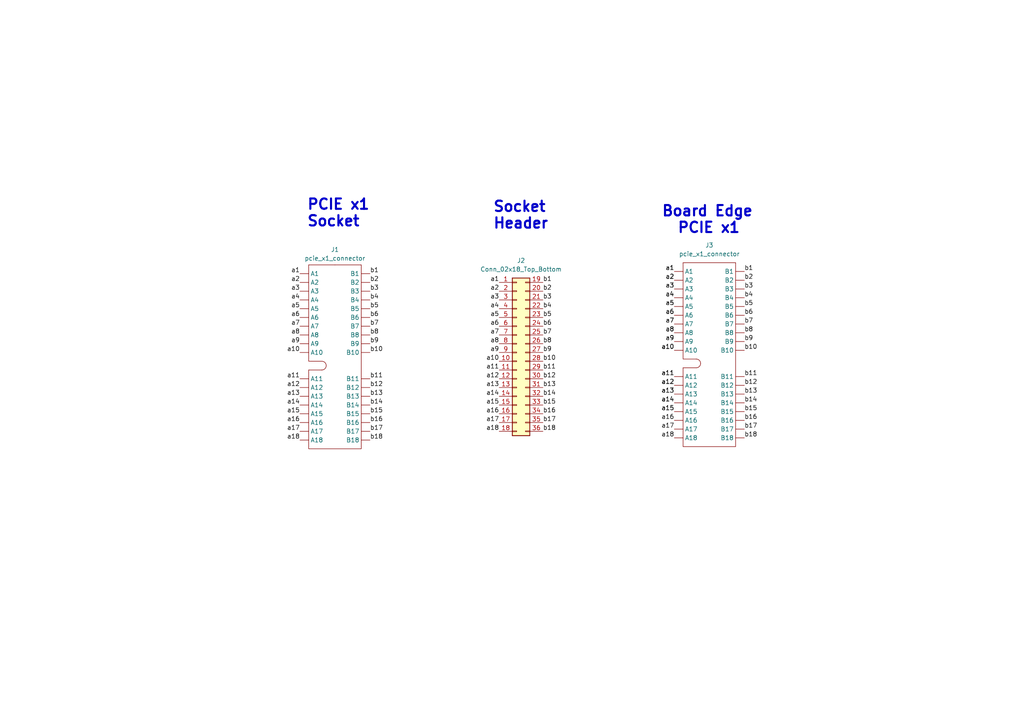
<source format=kicad_sch>
(kicad_sch (version 20230121) (generator eeschema)
  (paper "A4")
  (lib_symbols
    (symbol "Connector_Generic:Conn_02x18_Top_Bottom" (pin_names (offset 1.016) hide)
      (property "Reference" "J" (at 1.27 22.86 0))
      (property "Value" "Conn_02x18_Top_Bottom" (at 1.27 -25.4 0))
      (symbol "Conn_02x18_Top_Bottom_1_1"
        (rectangle (start -1.27 -22.733) (end 0 -22.987) (stroke (width 0.1524)))
        (rectangle (start -1.27 -20.193) (end 0 -20.447) (stroke (width 0.1524)))
        (rectangle (start -1.27 -17.653) (end 0 -17.907) (stroke (width 0.1524)))
        (rectangle (start -1.27 -15.113) (end 0 -15.367) (stroke (width 0.1524)))
        (rectangle (start -1.27 -12.573) (end 0 -12.827) (stroke (width 0.1524)))
        (rectangle (start -1.27 -10.033) (end 0 -10.287) (stroke (width 0.1524)))
        (rectangle (start -1.27 -7.493) (end 0 -7.747) (stroke (width 0.1524)))
        (rectangle (start -1.27 -4.953) (end 0 -5.207) (stroke (width 0.1524)))
        (rectangle (start -1.27 -2.413) (end 0 -2.667) (stroke (width 0.1524)))
        (rectangle (start -1.27 0.127) (end 0 -0.127) (stroke (width 0.1524)))
        (rectangle (start -1.27 2.667) (end 0 2.413) (stroke (width 0.1524)))
        (rectangle (start -1.27 5.207) (end 0 4.953) (stroke (width 0.1524)))
        (rectangle (start -1.27 7.747) (end 0 7.493) (stroke (width 0.1524)))
        (rectangle (start -1.27 10.287) (end 0 10.033) (stroke (width 0.1524)))
        (rectangle (start -1.27 12.827) (end 0 12.573) (stroke (width 0.1524)))
        (rectangle (start -1.27 15.367) (end 0 15.113) (stroke (width 0.1524)))
        (rectangle (start -1.27 17.907) (end 0 17.653) (stroke (width 0.1524)))
        (rectangle (start -1.27 20.447) (end 0 20.193) (stroke (width 0.1524)))
        (rectangle (start -1.27 21.59) (end 3.81 -24.13) (stroke (width 0.254)) (fill (type background)))
        (rectangle (start 3.81 -22.733) (end 2.54 -22.987) (stroke (width 0.1524)))
        (rectangle (start 3.81 -20.193) (end 2.54 -20.447) (stroke (width 0.1524)))
        (rectangle (start 3.81 -17.653) (end 2.54 -17.907) (stroke (width 0.1524)))
        (rectangle (start 3.81 -15.113) (end 2.54 -15.367) (stroke (width 0.1524)))
        (rectangle (start 3.81 -12.573) (end 2.54 -12.827) (stroke (width 0.1524)))
        (rectangle (start 3.81 -10.033) (end 2.54 -10.287) (stroke (width 0.1524)))
        (rectangle (start 3.81 -7.493) (end 2.54 -7.747) (stroke (width 0.1524)))
        (rectangle (start 3.81 -4.953) (end 2.54 -5.207) (stroke (width 0.1524)))
        (rectangle (start 3.81 -2.413) (end 2.54 -2.667) (stroke (width 0.1524)))
        (rectangle (start 3.81 0.127) (end 2.54 -0.127) (stroke (width 0.1524)))
        (rectangle (start 3.81 2.667) (end 2.54 2.413) (stroke (width 0.1524)))
        (rectangle (start 3.81 5.207) (end 2.54 4.953) (stroke (width 0.1524)))
        (rectangle (start 3.81 7.747) (end 2.54 7.493) (stroke (width 0.1524)))
        (rectangle (start 3.81 10.287) (end 2.54 10.033) (stroke (width 0.1524)))
        (rectangle (start 3.81 12.827) (end 2.54 12.573) (stroke (width 0.1524)))
        (rectangle (start 3.81 15.367) (end 2.54 15.113) (stroke (width 0.1524)))
        (rectangle (start 3.81 17.907) (end 2.54 17.653) (stroke (width 0.1524)))
        (rectangle (start 3.81 20.447) (end 2.54 20.193) (stroke (width 0.1524)))
        (pin passive line (at -5.08 20.32 0) (length 3.81) (name "Pin_1") (number "1"))
        (pin passive line (at -5.08 -2.54 0) (length 3.81) (name "Pin_10") (number "10"))
        (pin passive line (at -5.08 -5.08 0) (length 3.81) (name "Pin_11") (number "11"))
        (pin passive line (at -5.08 -7.62 0) (length 3.81) (name "Pin_12") (number "12"))
        (pin passive line (at -5.08 -10.16 0) (length 3.81) (name "Pin_13") (number "13"))
        (pin passive line (at -5.08 -12.7 0) (length 3.81) (name "Pin_14") (number "14"))
        (pin passive line (at -5.08 -15.24 0) (length 3.81) (name "Pin_15") (number "15"))
        (pin passive line (at -5.08 -17.78 0) (length 3.81) (name "Pin_16") (number "16"))
        (pin passive line (at -5.08 -20.32 0) (length 3.81) (name "Pin_17") (number "17"))
        (pin passive line (at -5.08 -22.86 0) (length 3.81) (name "Pin_18") (number "18"))
        (pin passive line (at 7.62 20.32 180) (length 3.81) (name "Pin_19") (number "19"))
        (pin passive line (at -5.08 17.78 0) (length 3.81) (name "Pin_2") (number "2"))
        (pin passive line (at 7.62 17.78 180) (length 3.81) (name "Pin_20") (number "20"))
        (pin passive line (at 7.62 15.24 180) (length 3.81) (name "Pin_21") (number "21"))
        (pin passive line (at 7.62 12.7 180) (length 3.81) (name "Pin_22") (number "22"))
        (pin passive line (at 7.62 10.16 180) (length 3.81) (name "Pin_23") (number "23"))
        (pin passive line (at 7.62 7.62 180) (length 3.81) (name "Pin_24") (number "24"))
        (pin passive line (at 7.62 5.08 180) (length 3.81) (name "Pin_25") (number "25"))
        (pin passive line (at 7.62 2.54 180) (length 3.81) (name "Pin_26") (number "26"))
        (pin passive line (at 7.62 0 180) (length 3.81) (name "Pin_27") (number "27"))
        (pin passive line (at 7.62 -2.54 180) (length 3.81) (name "Pin_28") (number "28"))
        (pin passive line (at 7.62 -5.08 180) (length 3.81) (name "Pin_29") (number "29"))
        (pin passive line (at -5.08 15.24 0) (length 3.81) (name "Pin_3") (number "3"))
        (pin passive line (at 7.62 -7.62 180) (length 3.81) (name "Pin_30") (number "30"))
        (pin passive line (at 7.62 -10.16 180) (length 3.81) (name "Pin_31") (number "31"))
        (pin passive line (at 7.62 -12.7 180) (length 3.81) (name "Pin_32") (number "32"))
        (pin passive line (at 7.62 -15.24 180) (length 3.81) (name "Pin_33") (number "33"))
        (pin passive line (at 7.62 -17.78 180) (length 3.81) (name "Pin_34") (number "34"))
        (pin passive line (at 7.62 -20.32 180) (length 3.81) (name "Pin_35") (number "35"))
        (pin passive line (at 7.62 -22.86 180) (length 3.81) (name "Pin_36") (number "36"))
        (pin passive line (at -5.08 12.7 0) (length 3.81) (name "Pin_4") (number "4"))
        (pin passive line (at -5.08 10.16 0) (length 3.81) (name "Pin_5") (number "5"))
        (pin passive line (at -5.08 7.62 0) (length 3.81) (name "Pin_6") (number "6"))
        (pin passive line (at -5.08 5.08 0) (length 3.81) (name "Pin_7") (number "7"))
        (pin passive line (at -5.08 2.54 0) (length 3.81) (name "Pin_8") (number "8"))
        (pin passive line (at -5.08 0 0) (length 3.81) (name "Pin_9") (number "9"))
      )
    )
    (symbol "formula:pcie_x1_connector"
      (property "Reference" "J" (at 0 16.51 0))
      (property "Value" "pcie_x1_connector" (at 0 13.97 0))
      (symbol "pcie_x1_connector_0_1"
        (arc (start -3.81 -19.05) (mid -2.912 -18.678) (end -2.54 -17.78))
        (arc (start -2.54 -17.78) (mid -2.912 -16.882) (end -3.81 -16.51))
        (polyline (pts (xy -3.81 -19.05) (xy -7.62 -19.05)))
        (polyline (pts (xy -7.62 -13.97) (xy -7.62 -16.51) (xy -3.81 -16.51)))
        (polyline (pts (xy -7.62 -19.05) (xy -7.62 -41.91) (xy 7.62 -41.91) (xy 7.62 -13.97)))
      )
      (symbol "pcie_x1_connector_1_1"
        (polyline (pts (xy -7.62 -13.97) (xy -7.62 11.43)))
        (polyline (pts (xy 0 11.43) (xy -7.62 11.43)))
        (polyline (pts (xy 0 11.43) (xy 7.62 11.43)))
        (polyline (pts (xy 7.62 11.43) (xy 7.62 -13.97)))
        (pin bidirectional line (at -10.16 8.89 0) (length 2.54) (name "A1") (number "A1"))
        (pin bidirectional line (at -10.16 -13.97 0) (length 2.54) (name "A10") (number "A10"))
        (pin bidirectional line (at -10.16 -21.59 0) (length 2.54) (name "A11") (number "A11"))
        (pin bidirectional line (at -10.16 -24.13 0) (length 2.54) (name "A12") (number "A12"))
        (pin bidirectional line (at -10.16 -26.67 0) (length 2.54) (name "A13") (number "A13"))
        (pin bidirectional line (at -10.16 -29.21 0) (length 2.54) (name "A14") (number "A14"))
        (pin bidirectional line (at -10.16 -31.75 0) (length 2.54) (name "A15") (number "A15"))
        (pin bidirectional line (at -10.16 -34.29 0) (length 2.54) (name "A16") (number "A16"))
        (pin bidirectional line (at -10.16 -36.83 0) (length 2.54) (name "A17") (number "A17"))
        (pin bidirectional line (at -10.16 -39.37 0) (length 2.54) (name "A18") (number "A18"))
        (pin bidirectional line (at -10.16 6.35 0) (length 2.54) (name "A2") (number "A2"))
        (pin bidirectional line (at -10.16 3.81 0) (length 2.54) (name "A3") (number "A3"))
        (pin bidirectional line (at -10.16 1.27 0) (length 2.54) (name "A4") (number "A4"))
        (pin bidirectional line (at -10.16 -1.27 0) (length 2.54) (name "A5") (number "A5"))
        (pin bidirectional line (at -10.16 -3.81 0) (length 2.54) (name "A6") (number "A6"))
        (pin bidirectional line (at -10.16 -6.35 0) (length 2.54) (name "A7") (number "A7"))
        (pin bidirectional line (at -10.16 -8.89 0) (length 2.54) (name "A8") (number "A8"))
        (pin bidirectional line (at -10.16 -11.43 0) (length 2.54) (name "A9") (number "A9"))
        (pin bidirectional line (at 10.16 8.89 180) (length 2.54) (name "B1") (number "B1"))
        (pin bidirectional line (at 10.16 -13.97 180) (length 2.54) (name "B10") (number "B10"))
        (pin bidirectional line (at 10.16 -21.59 180) (length 2.54) (name "B11") (number "B11"))
        (pin bidirectional line (at 10.16 -24.13 180) (length 2.54) (name "B12") (number "B12"))
        (pin bidirectional line (at 10.16 -26.67 180) (length 2.54) (name "B13") (number "B13"))
        (pin bidirectional line (at 10.16 -29.21 180) (length 2.54) (name "B14") (number "B14"))
        (pin bidirectional line (at 10.16 -31.75 180) (length 2.54) (name "B15") (number "B15"))
        (pin bidirectional line (at 10.16 -34.29 180) (length 2.54) (name "B16") (number "B16"))
        (pin bidirectional line (at 10.16 -36.83 180) (length 2.54) (name "B17") (number "B17"))
        (pin bidirectional line (at 10.16 -39.37 180) (length 2.54) (name "B18") (number "B18"))
        (pin bidirectional line (at 10.16 6.35 180) (length 2.54) (name "B2") (number "B2"))
        (pin bidirectional line (at 10.16 3.81 180) (length 2.54) (name "B3") (number "B3"))
        (pin bidirectional line (at 10.16 1.27 180) (length 2.54) (name "B4") (number "B4"))
        (pin bidirectional line (at 10.16 -1.27 180) (length 2.54) (name "B5") (number "B5"))
        (pin bidirectional line (at 10.16 -3.81 180) (length 2.54) (name "B6") (number "B6"))
        (pin bidirectional line (at 10.16 -6.35 180) (length 2.54) (name "B7") (number "B7"))
        (pin bidirectional line (at 10.16 -8.89 180) (length 2.54) (name "B8") (number "B8"))
        (pin bidirectional line (at 10.16 -11.43 180) (length 2.54) (name "B9") (number "B9"))
      )
    )
  )
  (text "Socket\nHeader" (at 142.875 66.675 0) (effects (font (size 3 3) (thickness 0.6) bold) (justify left bottom)))
  (text "Board Edge\n  PCIE x1" (at 191.77 67.945 0) (effects (font (size 3 3) (thickness 0.6) bold) (justify left bottom)))
  (text "PCIE x1\nSocket" (at 88.9 66.04 0) (effects (font (size 3 3) (thickness 0.6) bold) (justify left bottom)))
  (label "b11" (at 215.9 109.22 0))
  (label "b12" (at 157.48 109.855 0))
  (label "b7" (at 107.315 94.615 0))
  (label "a15" (at 195.58 119.38 180))
  (label "a5" (at 195.58 88.9 180))
  (label "b10" (at 157.48 104.775 0))
  (label "b18" (at 157.48 125.095 0))
  (label "a9" (at 195.58 99.06 180))
  (label "b8" (at 107.315 97.155 0))
  (label "b10" (at 215.9 101.6 0))
  (label "b1" (at 107.315 79.375 0))
  (label "a13" (at 86.995 114.935 180))
  (label "a2" (at 144.78 84.455 180))
  (label "a15" (at 86.995 120.015 180))
  (label "b13" (at 215.9 114.3 0))
  (label "a5" (at 86.995 89.535 180))
  (label "a6" (at 195.58 91.44 180))
  (label "a6" (at 144.78 94.615 180))
  (label "b8" (at 215.9 96.52 0))
  (label "a9" (at 86.995 99.695 180))
  (label "b16" (at 215.9 121.92 0))
  (label "b2" (at 215.9 81.28 0))
  (label "a9" (at 144.78 102.235 180))
  (label "a1" (at 195.58 78.74 180))
  (label "a11" (at 195.58 109.22 180))
  (label "a12" (at 195.58 111.76 180))
  (label "a12" (at 144.78 109.855 180))
  (label "a8" (at 195.58 96.52 180))
  (label "b3" (at 157.48 86.995 0))
  (label "a8" (at 144.78 99.695 180))
  (label "b7" (at 215.9 93.98 0))
  (label "a17" (at 86.995 125.095 180))
  (label "b14" (at 157.48 114.935 0))
  (label "a14" (at 86.995 117.475 180))
  (label "a3" (at 86.995 84.455 180))
  (label "a13" (at 195.58 114.3 180))
  (label "a13" (at 144.78 112.395 180))
  (label "b4" (at 157.48 89.535 0))
  (label "a17" (at 144.78 122.555 180))
  (label "a3" (at 195.58 83.82 180))
  (label "a10" (at 195.58 101.6 180))
  (label "b10" (at 107.315 102.235 0))
  (label "b14" (at 107.315 117.475 0))
  (label "a11" (at 144.78 107.315 180))
  (label "a7" (at 86.995 94.615 180))
  (label "a5" (at 195.58 88.9 180))
  (label "a4" (at 195.58 86.36 180))
  (label "b4" (at 215.9 86.36 0))
  (label "a1" (at 144.78 81.915 180))
  (label "b18" (at 215.9 127 0))
  (label "b16" (at 107.315 122.555 0))
  (label "b3" (at 215.9 83.82 0))
  (label "b18" (at 107.315 127.635 0))
  (label "b6" (at 157.48 94.615 0))
  (label "b9" (at 215.9 99.06 0))
  (label "a3" (at 144.78 86.995 180))
  (label "a4" (at 195.58 86.36 180))
  (label "a10" (at 195.58 101.6 180))
  (label "b1" (at 215.9 78.74 0))
  (label "b14" (at 215.9 116.84 0))
  (label "a7" (at 144.78 97.155 180))
  (label "a10" (at 86.995 102.235 180))
  (label "b9" (at 107.315 99.695 0))
  (label "a5" (at 144.78 92.075 180))
  (label "a3" (at 195.58 83.82 180))
  (label "b6" (at 107.315 92.075 0))
  (label "a14" (at 144.78 114.935 180))
  (label "a7" (at 195.58 93.98 180))
  (label "b15" (at 107.315 120.015 0))
  (label "a8" (at 195.58 96.52 180))
  (label "b12" (at 107.315 112.395 0))
  (label "a1" (at 86.995 79.375 180))
  (label "a18" (at 195.58 127 180))
  (label "a2" (at 195.58 81.28 180))
  (label "b5" (at 107.315 89.535 0))
  (label "a12" (at 86.995 112.395 180))
  (label "b17" (at 215.9 124.46 0))
  (label "b17" (at 107.315 125.095 0))
  (label "a2" (at 86.995 81.915 180))
  (label "a6" (at 195.58 91.44 180))
  (label "a16" (at 144.78 120.015 180))
  (label "b8" (at 157.48 99.695 0))
  (label "a9" (at 195.58 99.06 180))
  (label "a6" (at 86.995 92.075 180))
  (label "b4" (at 107.315 86.995 0))
  (label "a17" (at 195.58 124.46 180))
  (label "b11" (at 107.315 109.855 0))
  (label "a8" (at 86.995 97.155 180))
  (label "b5" (at 157.48 92.075 0))
  (label "a4" (at 144.78 89.535 180))
  (label "b15" (at 215.9 119.38 0))
  (label "b1" (at 157.48 81.915 0))
  (label "a7" (at 195.58 93.98 180))
  (label "b13" (at 157.48 112.395 0))
  (label "a11" (at 195.58 109.22 180))
  (label "b7" (at 157.48 97.155 0))
  (label "a16" (at 86.995 122.555 180))
  (label "b6" (at 215.9 91.44 0))
  (label "b3" (at 107.315 84.455 0))
  (label "b16" (at 157.48 120.015 0))
  (label "b9" (at 157.48 102.235 0))
  (label "a15" (at 144.78 117.475 180))
  (label "a2" (at 195.58 81.28 180))
  (label "a18" (at 86.995 127.635 180))
  (label "b15" (at 157.48 117.475 0))
  (label "b12" (at 215.9 111.76 0))
  (label "a12" (at 195.58 111.76 180))
  (label "b5" (at 215.9 88.9 0))
  (label "b11" (at 157.48 107.315 0))
  (label "a1" (at 195.58 78.74 180))
  (label "a14" (at 195.58 116.84 180))
  (label "a16" (at 195.58 121.92 180))
  (label "b2" (at 157.48 84.455 0))
  (label "a18" (at 144.78 125.095 180))
  (label "b13" (at 107.315 114.935 0))
  (label "a10" (at 144.78 104.775 180))
  (label "a4" (at 86.995 86.995 180))
  (label "b17" (at 157.48 122.555 0))
  (label "a11" (at 86.995 109.855 180))
  (label "b2" (at 107.315 81.915 0))
  (label "a13" (at 195.58 114.3 180))
  (label "a14" (at 195.58 116.84 180))
  (label "a15" (at 195.58 119.38 180))
  (symbol (lib_id "Connector_Generic:Conn_02x18_Top_Bottom") (at 149.86 102.235 0) (unit 1)
    (property "Reference" "J2" (at 151.13 75.565 0))
    (property "Value" "Conn_02x18_Top_Bottom" (at 151.13 78.105 0))
    (property "Footprint" "Connector_PinSocket_2.54mm:PinSocket_2x18_P2.54mm_Vertical" (effects hide))
  )
  (symbol (lib_id "formula:pcie_x1_connector") (at 97.155 88.265 0) (unit 1)
    (property "Reference" "J1" (at 97.155 72.39 0))
    (property "Value" "pcie_x1_connector" (at 97.155 74.93 0))
    (property "Footprint" "footprints:pcie_x1_socket" (effects hide))
  )
  (symbol (lib_id "formula:pcie_x1_connector") (at 205.74 87.63 0) (unit 1)
    (property "Reference" "J3" (at 205.74 71.12 0))
    (property "Value" "pcie_x1_connector" (at 205.74 73.66 0))
    (property "Footprint" "Connector_PCBEdge:BUS_PCIexpress_x1" (effects hide))
  )
)
</source>
